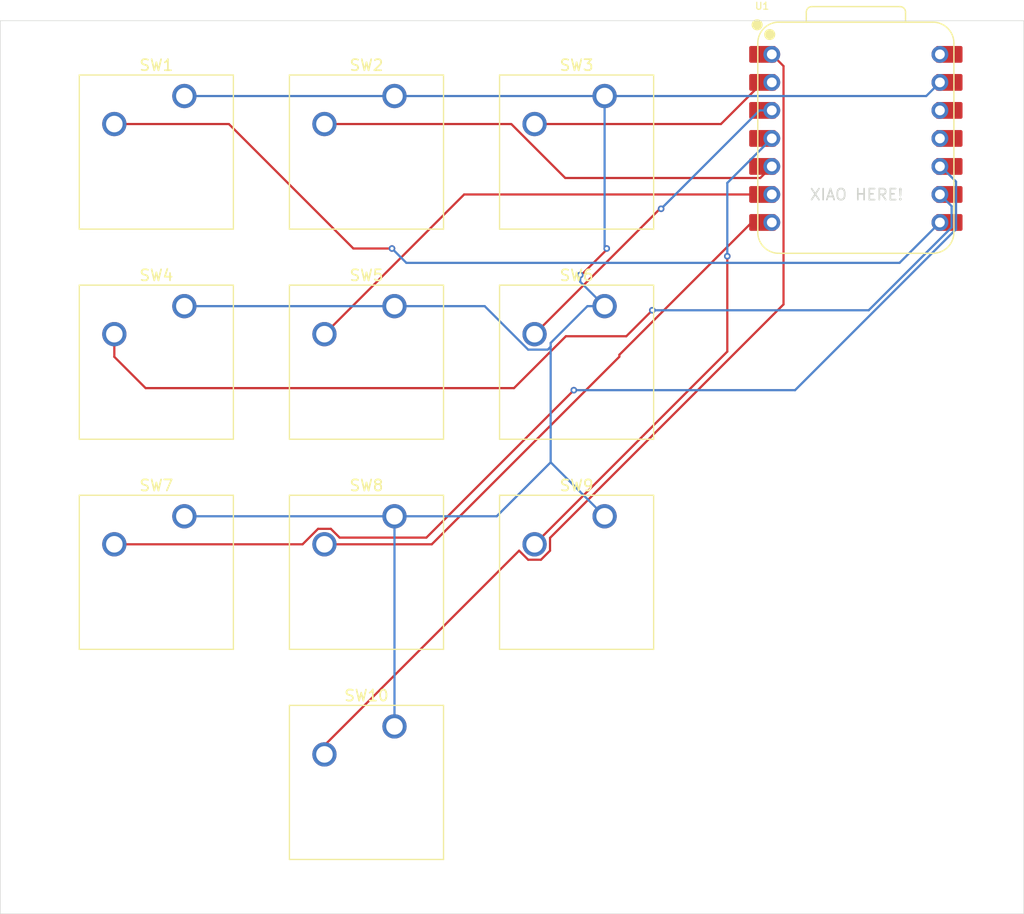
<source format=kicad_pcb>
(kicad_pcb (version 20241229) (generator "pcbnew") (generator_version "9.0")
  (layers (0 "F.Cu" signal) (2 "B.Cu" signal) (13 "F.Paste" user) (15 "B.Paste" user) (5 "F.SilkS" user "F.Silkscreen") (7 "B.SilkS" user "B.Silkscreen") (1 "F.Mask" user) (3 "B.Mask" user) (25 "Edge.Cuts" user))
  (net 0 "")
  (net 1 "Net-(U1-GPIO1{slash}RX)")
  (net 2 "GND")
  (net 3 "Net-(U1-GPIO6{slash}SDA)")
  (net 4 "Net-(U1-GPIO27{slash}ADC1{slash}A1)")
  (net 5 "Net-(U1-GPIO2{slash}SCK)")
  (net 6 "Net-(U1-GPIO7{slash}SCL)")
  (net 7 "Net-(U1-GPIO28{slash}ADC2{slash}A2)")
  (net 8 "Net-(U1-GPIO4{slash}MISO)")
  (net 9 "Net-(U1-GPIO0{slash}TX)")
  (net 10 "Net-(U1-GPIO29{slash}ADC3{slash}A3)")
  (net 11 "Net-(U1-GPIO26{slash}ADC0{slash}A0)")
  (net 13 "+5V")
  (footprint "Button_Switch_Keyboard:SW_Cherry_MX_1.00u_PCB" (layer "F.Cu") (at 150.1775 102.07625)
    (property "Reference" "SW9" (at -2.54 -2.794 0) (layer "F.SilkS"))
    (property "Value" "SW_Push")
    (fp_line (start -9.525 -1.905) (end 4.445 -1.905) (stroke (width 0.12)) (layer "F.SilkS"))
    (fp_line (start -9.525 12.065) (end -9.525 -1.905) (stroke (width 0.12)) (layer "F.SilkS"))
    (fp_line (start 4.445 -1.905) (end 4.445 12.065) (stroke (width 0.12)) (layer "F.SilkS"))
    (fp_line (start 4.445 12.065) (end -9.525 12.065) (stroke (width 0.12)) (layer "F.SilkS"))
    (pad "" np_thru_hole circle (at -7.62 5.08) (size 1.7 1.7) (drill 1.7) (layers "*.Cu" "*.Mask"))
    (pad "" np_thru_hole circle (at -2.54 5.08) (size 4 4) (drill 4) (layers "*.Cu" "*.Mask"))
    (pad "" np_thru_hole circle (at 2.54 5.08) (size 1.7 1.7) (drill 1.7) (layers "*.Cu" "*.Mask"))
    (pad "1" thru_hole circle (at 0 0) (size 2.2 2.2) (drill 1.5) (layers "*.Cu" "*.Mask") (net 2 "GND"))
    (pad "2" thru_hole circle (at -6.35 2.54) (size 2.2 2.2) (drill 1.5) (layers "*.Cu" "*.Mask") (net 10 "Net-(U1-GPIO29{slash}ADC3{slash}A3)"))
  )
  (footprint "Button_Switch_Keyboard:SW_Cherry_MX_1.00u_PCB" (layer "F.Cu") (at 112.0775 102.07625)
    (property "Reference" "SW7" (at -2.54 -2.794 0) (layer "F.SilkS"))
    (property "Value" "SW_Push")
    (fp_line (start -9.525 -1.905) (end 4.445 -1.905) (stroke (width 0.12)) (layer "F.SilkS"))
    (fp_line (start -9.525 12.065) (end -9.525 -1.905) (stroke (width 0.12)) (layer "F.SilkS"))
    (fp_line (start 4.445 -1.905) (end 4.445 12.065) (stroke (width 0.12)) (layer "F.SilkS"))
    (fp_line (start 4.445 12.065) (end -9.525 12.065) (stroke (width 0.12)) (layer "F.SilkS"))
    (pad "" np_thru_hole circle (at -7.62 5.08) (size 1.7 1.7) (drill 1.7) (layers "*.Cu" "*.Mask"))
    (pad "" np_thru_hole circle (at -2.54 5.08) (size 4 4) (drill 4) (layers "*.Cu" "*.Mask"))
    (pad "" np_thru_hole circle (at 2.54 5.08) (size 1.7 1.7) (drill 1.7) (layers "*.Cu" "*.Mask"))
    (pad "1" thru_hole circle (at 0 0) (size 2.2 2.2) (drill 1.5) (layers "*.Cu" "*.Mask") (net 2 "GND"))
    (pad "2" thru_hole circle (at -6.35 2.54) (size 2.2 2.2) (drill 1.5) (layers "*.Cu" "*.Mask") (net 8 "Net-(U1-GPIO4{slash}MISO)"))
  )
  (footprint "Button_Switch_Keyboard:SW_Cherry_MX_1.00u_PCB" (layer "F.Cu") (at 112.0775 63.97625)
    (property "Reference" "SW1" (at -2.54 -2.794 0) (layer "F.SilkS"))
    (property "Value" "SW_Push")
    (fp_line (start -9.525 -1.905) (end 4.445 -1.905) (stroke (width 0.12)) (layer "F.SilkS"))
    (fp_line (start -9.525 12.065) (end -9.525 -1.905) (stroke (width 0.12)) (layer "F.SilkS"))
    (fp_line (start 4.445 -1.905) (end 4.445 12.065) (stroke (width 0.12)) (layer "F.SilkS"))
    (fp_line (start 4.445 12.065) (end -9.525 12.065) (stroke (width 0.12)) (layer "F.SilkS"))
    (pad "" np_thru_hole circle (at -7.62 5.08) (size 1.7 1.7) (drill 1.7) (layers "*.Cu" "*.Mask"))
    (pad "" np_thru_hole circle (at -2.54 5.08) (size 4 4) (drill 4) (layers "*.Cu" "*.Mask"))
    (pad "" np_thru_hole circle (at 2.54 5.08) (size 1.7 1.7) (drill 1.7) (layers "*.Cu" "*.Mask"))
    (pad "1" thru_hole circle (at 0 0) (size 2.2 2.2) (drill 1.5) (layers "*.Cu" "*.Mask") (net 2 "GND"))
    (pad "2" thru_hole circle (at -6.35 2.54) (size 2.2 2.2) (drill 1.5) (layers "*.Cu" "*.Mask") (net 1 "Net-(U1-GPIO1{slash}RX)"))
  )
  (footprint "Button_Switch_Keyboard:SW_Cherry_MX_1.00u_PCB" (layer "F.Cu") (at 150.1775 83.02625)
    (property "Reference" "SW6" (at -2.54 -2.794 0) (layer "F.SilkS"))
    (property "Value" "SW_Push")
    (fp_line (start -9.525 -1.905) (end 4.445 -1.905) (stroke (width 0.12)) (layer "F.SilkS"))
    (fp_line (start -9.525 12.065) (end -9.525 -1.905) (stroke (width 0.12)) (layer "F.SilkS"))
    (fp_line (start 4.445 -1.905) (end 4.445 12.065) (stroke (width 0.12)) (layer "F.SilkS"))
    (fp_line (start 4.445 12.065) (end -9.525 12.065) (stroke (width 0.12)) (layer "F.SilkS"))
    (pad "" np_thru_hole circle (at -7.62 5.08) (size 1.7 1.7) (drill 1.7) (layers "*.Cu" "*.Mask"))
    (pad "" np_thru_hole circle (at -2.54 5.08) (size 4 4) (drill 4) (layers "*.Cu" "*.Mask"))
    (pad "" np_thru_hole circle (at 2.54 5.08) (size 1.7 1.7) (drill 1.7) (layers "*.Cu" "*.Mask"))
    (pad "1" thru_hole circle (at 0 0) (size 2.2 2.2) (drill 1.5) (layers "*.Cu" "*.Mask") (net 2 "GND"))
    (pad "2" thru_hole circle (at -6.35 2.54) (size 2.2 2.2) (drill 1.5) (layers "*.Cu" "*.Mask") (net 7 "Net-(U1-GPIO28{slash}ADC2{slash}A2)"))
  )
  (footprint "Button_Switch_Keyboard:SW_Cherry_MX_1.00u_PCB" (layer "F.Cu") (at 131.1275 102.07625)
    (property "Reference" "SW8" (at -2.54 -2.794 0) (layer "F.SilkS"))
    (property "Value" "SW_Push")
    (fp_line (start -9.525 -1.905) (end 4.445 -1.905) (stroke (width 0.12)) (layer "F.SilkS"))
    (fp_line (start -9.525 12.065) (end -9.525 -1.905) (stroke (width 0.12)) (layer "F.SilkS"))
    (fp_line (start 4.445 -1.905) (end 4.445 12.065) (stroke (width 0.12)) (layer "F.SilkS"))
    (fp_line (start 4.445 12.065) (end -9.525 12.065) (stroke (width 0.12)) (layer "F.SilkS"))
    (pad "" np_thru_hole circle (at -7.62 5.08) (size 1.7 1.7) (drill 1.7) (layers "*.Cu" "*.Mask"))
    (pad "" np_thru_hole circle (at -2.54 5.08) (size 4 4) (drill 4) (layers "*.Cu" "*.Mask"))
    (pad "" np_thru_hole circle (at 2.54 5.08) (size 1.7 1.7) (drill 1.7) (layers "*.Cu" "*.Mask"))
    (pad "1" thru_hole circle (at 0 0) (size 2.2 2.2) (drill 1.5) (layers "*.Cu" "*.Mask") (net 2 "GND"))
    (pad "2" thru_hole circle (at -6.35 2.54) (size 2.2 2.2) (drill 1.5) (layers "*.Cu" "*.Mask") (net 9 "Net-(U1-GPIO0{slash}TX)"))
  )
  (footprint "Button_Switch_Keyboard:SW_Cherry_MX_1.00u_PCB" (layer "F.Cu") (at 131.1275 63.97625)
    (property "Reference" "SW2" (at -2.54 -2.794 0) (layer "F.SilkS"))
    (property "Value" "SW_Push")
    (fp_line (start -9.525 -1.905) (end 4.445 -1.905) (stroke (width 0.12)) (layer "F.SilkS"))
    (fp_line (start -9.525 12.065) (end -9.525 -1.905) (stroke (width 0.12)) (layer "F.SilkS"))
    (fp_line (start 4.445 -1.905) (end 4.445 12.065) (stroke (width 0.12)) (layer "F.SilkS"))
    (fp_line (start 4.445 12.065) (end -9.525 12.065) (stroke (width 0.12)) (layer "F.SilkS"))
    (pad "" np_thru_hole circle (at -7.62 5.08) (size 1.7 1.7) (drill 1.7) (layers "*.Cu" "*.Mask"))
    (pad "" np_thru_hole circle (at -2.54 5.08) (size 4 4) (drill 4) (layers "*.Cu" "*.Mask"))
    (pad "" np_thru_hole circle (at 2.54 5.08) (size 1.7 1.7) (drill 1.7) (layers "*.Cu" "*.Mask"))
    (pad "1" thru_hole circle (at 0 0) (size 2.2 2.2) (drill 1.5) (layers "*.Cu" "*.Mask") (net 2 "GND"))
    (pad "2" thru_hole circle (at -6.35 2.54) (size 2.2 2.2) (drill 1.5) (layers "*.Cu" "*.Mask") (net 3 "Net-(U1-GPIO6{slash}SDA)"))
  )
  (footprint "Button_Switch_Keyboard:SW_Cherry_MX_1.00u_PCB" (layer "F.Cu") (at 131.1275 83.02625)
    (property "Reference" "SW5" (at -2.54 -2.794 0) (layer "F.SilkS"))
    (property "Value" "SW_Push")
    (fp_line (start -9.525 -1.905) (end 4.445 -1.905) (stroke (width 0.12)) (layer "F.SilkS"))
    (fp_line (start -9.525 12.065) (end -9.525 -1.905) (stroke (width 0.12)) (layer "F.SilkS"))
    (fp_line (start 4.445 -1.905) (end 4.445 12.065) (stroke (width 0.12)) (layer "F.SilkS"))
    (fp_line (start 4.445 12.065) (end -9.525 12.065) (stroke (width 0.12)) (layer "F.SilkS"))
    (pad "" np_thru_hole circle (at -7.62 5.08) (size 1.7 1.7) (drill 1.7) (layers "*.Cu" "*.Mask"))
    (pad "" np_thru_hole circle (at -2.54 5.08) (size 4 4) (drill 4) (layers "*.Cu" "*.Mask"))
    (pad "" np_thru_hole circle (at 2.54 5.08) (size 1.7 1.7) (drill 1.7) (layers "*.Cu" "*.Mask"))
    (pad "1" thru_hole circle (at 0 0) (size 2.2 2.2) (drill 1.5) (layers "*.Cu" "*.Mask") (net 2 "GND"))
    (pad "2" thru_hole circle (at -6.35 2.54) (size 2.2 2.2) (drill 1.5) (layers "*.Cu" "*.Mask") (net 6 "Net-(U1-GPIO7{slash}SCL)"))
  )
  (footprint "Button_Switch_Keyboard:SW_Cherry_MX_1.00u_PCB" (layer "F.Cu") (at 131.1275 121.12625)
    (property "Reference" "SW10" (at -2.54 -2.794 0) (layer "F.SilkS"))
    (property "Value" "SW_Push")
    (fp_line (start -9.525 -1.905) (end 4.445 -1.905) (stroke (width 0.12)) (layer "F.SilkS"))
    (fp_line (start -9.525 12.065) (end -9.525 -1.905) (stroke (width 0.12)) (layer "F.SilkS"))
    (fp_line (start 4.445 -1.905) (end 4.445 12.065) (stroke (width 0.12)) (layer "F.SilkS"))
    (fp_line (start 4.445 12.065) (end -9.525 12.065) (stroke (width 0.12)) (layer "F.SilkS"))
    (pad "" np_thru_hole circle (at -7.62 5.08) (size 1.7 1.7) (drill 1.7) (layers "*.Cu" "*.Mask"))
    (pad "" np_thru_hole circle (at -2.54 5.08) (size 4 4) (drill 4) (layers "*.Cu" "*.Mask"))
    (pad "" np_thru_hole circle (at 2.54 5.08) (size 1.7 1.7) (drill 1.7) (layers "*.Cu" "*.Mask"))
    (pad "1" thru_hole circle (at 0 0) (size 2.2 2.2) (drill 1.5) (layers "*.Cu" "*.Mask") (net 2 "GND"))
    (pad "2" thru_hole circle (at -6.35 2.54) (size 2.2 2.2) (drill 1.5) (layers "*.Cu" "*.Mask") (net 11 "Net-(U1-GPIO26{slash}ADC0{slash}A0)"))
  )
  (footprint "Button_Switch_Keyboard:SW_Cherry_MX_1.00u_PCB" (layer "F.Cu") (at 150.1775 63.97625)
    (property "Reference" "SW3" (at -2.54 -2.794 0) (layer "F.SilkS"))
    (property "Value" "SW_Push")
    (fp_line (start -9.525 -1.905) (end 4.445 -1.905) (stroke (width 0.12)) (layer "F.SilkS"))
    (fp_line (start -9.525 12.065) (end -9.525 -1.905) (stroke (width 0.12)) (layer "F.SilkS"))
    (fp_line (start 4.445 -1.905) (end 4.445 12.065) (stroke (width 0.12)) (layer "F.SilkS"))
    (fp_line (start 4.445 12.065) (end -9.525 12.065) (stroke (width 0.12)) (layer "F.SilkS"))
    (pad "" np_thru_hole circle (at -7.62 5.08) (size 1.7 1.7) (drill 1.7) (layers "*.Cu" "*.Mask"))
    (pad "" np_thru_hole circle (at -2.54 5.08) (size 4 4) (drill 4) (layers "*.Cu" "*.Mask"))
    (pad "" np_thru_hole circle (at 2.54 5.08) (size 1.7 1.7) (drill 1.7) (layers "*.Cu" "*.Mask"))
    (pad "1" thru_hole circle (at 0 0) (size 2.2 2.2) (drill 1.5) (layers "*.Cu" "*.Mask") (net 2 "GND"))
    (pad "2" thru_hole circle (at -6.35 2.54) (size 2.2 2.2) (drill 1.5) (layers "*.Cu" "*.Mask") (net 4 "Net-(U1-GPIO27{slash}ADC1{slash}A1)"))
  )
  (footprint "OPL:XIAO-RP2040-DIP" (layer "F.Cu") (at 172.955 67.82)
    (property "Reference" "U1" (at -8.5 -12 0) (layer "F.SilkS") (effects (font (size 0.635 0.635) (thickness 0.1016))))
    (property "Value" "XIAO-RP2040-DIP")
    (fp_line (start -8.89 8.509) (end -8.89 -8.636) (stroke (width 0.127)) (layer "F.SilkS"))
    (fp_line (start -6.985 10.414) (end 6.985 10.414) (stroke (width 0.127)) (layer "F.SilkS"))
    (fp_line (start -4.495 -10.541) (end -4.491272 -11.451272) (stroke (width 0.127)) (layer "F.SilkS"))
    (fp_line (start -3.991272 -11.951) (end 4.004 -11.951) (stroke (width 0.127)) (layer "F.SilkS"))
    (fp_line (start 4.504 -11.451) (end 4.504 -10.541) (stroke (width 0.127)) (layer "F.SilkS"))
    (fp_line (start 6.985 -10.541) (end -6.985 -10.541) (stroke (width 0.1)) (layer "F.SilkS"))
    (fp_line (start 6.985 -10.541) (end -6.985 -10.541) (stroke (width 0.127)) (layer "F.SilkS"))
    (fp_line (start 8.89 8.509) (end 8.89 -8.636) (stroke (width 0.127)) (layer "F.SilkS"))
    (fp_arc (start -8.89 -8.636) (mid -8.332038 -9.983038) (end -6.985 -10.541) (stroke (width 0.127)) (layer "F.SilkS"))
    (fp_arc (start -6.985 10.414) (mid -8.332038 9.856038) (end -8.89 8.509) (stroke (width 0.127)) (layer "F.SilkS"))
    (fp_arc (start -4.491272 -11.451272) (mid -4.344728 -11.80464) (end -3.991272 -11.951) (stroke (width 0.127)) (layer "F.SilkS"))
    (fp_arc (start 4.004 -11.951) (mid 4.357553 -11.804553) (end 4.504 -11.451) (stroke (width 0.127)) (layer "F.SilkS"))
    (fp_arc (start 6.985 -10.541) (mid 8.332038 -9.983038) (end 8.89 -8.636) (stroke (width 0.127)) (layer "F.SilkS"))
    (fp_arc (start 8.89 8.509) (mid 8.332038 9.856038) (end 6.985 10.414) (stroke (width 0.127)) (layer "F.SilkS"))
    (fp_circle (center -8.95 -10.3) (end -8.95 -10.554) (stroke (width 0.5)) (fill yes) (layer "F.SilkS"))
    (fp_circle (center -7.807 -9.42) (end -7.807 -9.674) (stroke (width 0.5)) (fill yes) (layer "F.SilkS"))
    (pad "1" smd roundrect (at -8.455 -7.62 180) (size 2.432 1.524) (layers "F.Cu" "F.Mask") (roundrect_rratio 0.1) (net 11 "Net-(U1-GPIO26{slash}ADC0{slash}A0)"))
    (pad "1" thru_hole circle (at -7.62 -7.62 180) (size 1.524 1.524) (drill 0.889) (layers "*.Cu" "*.Mask") (net 11 "Net-(U1-GPIO26{slash}ADC0{slash}A0)"))
    (pad "2" smd roundrect (at -8.455 -5.08 180) (size 2.432 1.524) (layers "F.Cu" "F.Mask") (roundrect_rratio 0.1) (net 4 "Net-(U1-GPIO27{slash}ADC1{slash}A1)"))
    (pad "2" thru_hole circle (at -7.62 -5.08 180) (size 1.524 1.524) (drill 0.889) (layers "*.Cu" "*.Mask") (net 4 "Net-(U1-GPIO27{slash}ADC1{slash}A1)"))
    (pad "3" smd roundrect (at -8.455 -2.54 180) (size 2.432 1.524) (layers "F.Cu" "F.Mask") (roundrect_rratio 0.1) (net 7 "Net-(U1-GPIO28{slash}ADC2{slash}A2)"))
    (pad "3" thru_hole circle (at -7.62 -2.54 180) (size 1.524 1.524) (drill 0.889) (layers "*.Cu" "*.Mask") (net 7 "Net-(U1-GPIO28{slash}ADC2{slash}A2)"))
    (pad "4" smd roundrect (at -8.455 0 180) (size 2.432 1.524) (layers "F.Cu" "F.Mask") (roundrect_rratio 0.1) (net 10 "Net-(U1-GPIO29{slash}ADC3{slash}A3)"))
    (pad "4" thru_hole circle (at -7.62 0 180) (size 1.524 1.524) (drill 0.889) (layers "*.Cu" "*.Mask") (net 10 "Net-(U1-GPIO29{slash}ADC3{slash}A3)"))
    (pad "5" smd roundrect (at -8.455 2.54 180) (size 2.432 1.524) (layers "F.Cu" "F.Mask") (roundrect_rratio 0.1) (net 3 "Net-(U1-GPIO6{slash}SDA)"))
    (pad "5" thru_hole circle (at -7.62 2.54 180) (size 1.524 1.524) (drill 0.889) (layers "*.Cu" "*.Mask") (net 3 "Net-(U1-GPIO6{slash}SDA)"))
    (pad "6" smd roundrect (at -8.455 5.08 180) (size 2.432 1.524) (layers "F.Cu" "F.Mask") (roundrect_rratio 0.1) (net 6 "Net-(U1-GPIO7{slash}SCL)"))
    (pad "6" thru_hole circle (at -7.62 5.08 180) (size 1.524 1.524) (drill 0.889) (layers "*.Cu" "*.Mask") (net 6 "Net-(U1-GPIO7{slash}SCL)"))
    (pad "7" smd roundrect (at -8.455 7.62 180) (size 2.432 1.524) (layers "F.Cu" "F.Mask") (roundrect_rratio 0.1) (net 9 "Net-(U1-GPIO0{slash}TX)"))
    (pad "7" thru_hole circle (at -7.62 7.62 180) (size 1.524 1.524) (drill 0.889) (layers "*.Cu" "*.Mask") (net 9 "Net-(U1-GPIO0{slash}TX)"))
    (pad "8" thru_hole circle (at 7.62 7.62) (size 1.524 1.524) (drill 0.889) (layers "*.Cu" "*.Mask") (net 1 "Net-(U1-GPIO1{slash}RX)"))
    (pad "8" smd roundrect (at 8.455 7.62) (size 2.432 1.524) (layers "F.Cu" "F.Mask") (roundrect_rratio 0.1) (net 1 "Net-(U1-GPIO1{slash}RX)"))
    (pad "9" thru_hole circle (at 7.62 5.08) (size 1.524 1.524) (drill 0.889) (layers "*.Cu" "*.Mask") (net 5 "Net-(U1-GPIO2{slash}SCK)"))
    (pad "9" smd roundrect (at 8.455 5.08) (size 2.432 1.524) (layers "F.Cu" "F.Mask") (roundrect_rratio 0.1) (net 5 "Net-(U1-GPIO2{slash}SCK)"))
    (pad "10" thru_hole circle (at 7.62 2.54) (size 1.524 1.524) (drill 0.889) (layers "*.Cu" "*.Mask") (net 8 "Net-(U1-GPIO4{slash}MISO)"))
    (pad "10" smd roundrect (at 8.455 2.54) (size 2.432 1.524) (layers "F.Cu" "F.Mask") (roundrect_rratio 0.1) (net 8 "Net-(U1-GPIO4{slash}MISO)"))
    (pad "11" thru_hole circle (at 7.62 0) (size 1.524 1.524) (drill 0.889) (layers "*.Cu" "*.Mask"))
    (pad "11" smd roundrect (at 8.455 0) (size 2.432 1.524) (layers "F.Cu" "F.Mask") (roundrect_rratio 0.1))
    (pad "12" thru_hole circle (at 7.62 -2.54) (size 1.524 1.524) (drill 0.889) (layers "*.Cu" "*.Mask"))
    (pad "12" smd roundrect (at 8.455 -2.54) (size 2.432 1.524) (layers "F.Cu" "F.Mask") (roundrect_rratio 0.1))
    (pad "13" thru_hole circle (at 7.62 -5.08) (size 1.524 1.524) (drill 0.889) (layers "*.Cu" "*.Mask") (net 2 "GND"))
    (pad "13" smd roundrect (at 8.455 -5.08) (size 2.432 1.524) (layers "F.Cu" "F.Mask") (roundrect_rratio 0.1) (net 2 "GND"))
    (pad "14" thru_hole circle (at 7.62 -7.62) (size 1.524 1.524) (drill 0.889) (layers "*.Cu" "*.Mask") (net 13 "+5V"))
    (pad "14" smd roundrect (at 8.455 -7.62) (size 2.432 1.524) (layers "F.Cu" "F.Mask") (roundrect_rratio 0.1) (net 13 "+5V"))
  )
  (footprint "Button_Switch_Keyboard:SW_Cherry_MX_1.00u_PCB" (layer "F.Cu") (at 112.0775 83.02625)
    (property "Reference" "SW4" (at -2.54 -2.794 0) (layer "F.SilkS"))
    (property "Value" "SW_Push")
    (fp_line (start -9.525 -1.905) (end 4.445 -1.905) (stroke (width 0.12)) (layer "F.SilkS"))
    (fp_line (start -9.525 12.065) (end -9.525 -1.905) (stroke (width 0.12)) (layer "F.SilkS"))
    (fp_line (start 4.445 -1.905) (end 4.445 12.065) (stroke (width 0.12)) (layer "F.SilkS"))
    (fp_line (start 4.445 12.065) (end -9.525 12.065) (stroke (width 0.12)) (layer "F.SilkS"))
    (pad "" np_thru_hole circle (at -7.62 5.08) (size 1.7 1.7) (drill 1.7) (layers "*.Cu" "*.Mask"))
    (pad "" np_thru_hole circle (at -2.54 5.08) (size 4 4) (drill 4) (layers "*.Cu" "*.Mask"))
    (pad "" np_thru_hole circle (at 2.54 5.08) (size 1.7 1.7) (drill 1.7) (layers "*.Cu" "*.Mask"))
    (pad "1" thru_hole circle (at 0 0) (size 2.2 2.2) (drill 1.5) (layers "*.Cu" "*.Mask") (net 2 "GND"))
    (pad "2" thru_hole circle (at -6.35 2.54) (size 2.2 2.2) (drill 1.5) (layers "*.Cu" "*.Mask") (net 5 "Net-(U1-GPIO2{slash}SCK)"))
  )
  (gr_rect (start 95.3875 57.15) (end 188.18125 138.1125) (stroke (width 0.05)) (fill no) (layer "Edge.Cuts"))
  (gr_text "XIAO HERE!" (at 168.7 73.5 0) (layer "Edge.Cuts") (effects (font (size 1 1)) (justify left bottom)))
  (segment (start 127.4 77.8) (end 130.9 77.8) (width 0.2) (layer "F.Cu") (net 1))
  (segment (start 105.7275 66.51625) (end 116.11625 66.51625) (width 0.2) (layer "F.Cu") (net 1))
  (segment (start 116.11625 66.51625) (end 127.4 77.8) (width 0.2) (layer "F.Cu") (net 1))
  (via (at 130.9 77.8) (size 0.6) (drill 0.3) (layers "F.Cu" "B.Cu") (net 1))
  (segment (start 176.914 79.101) (end 180.575 75.44) (width 0.2) (layer "B.Cu") (net 1))
  (segment (start 130.9 77.8) (end 132.201 79.101) (width 0.2) (layer "B.Cu") (net 1))
  (segment (start 132.201 79.101) (end 176.914 79.101) (width 0.2) (layer "B.Cu") (net 1))
  (segment (start 150.36875 77.8) (end 150.36875 77.9) (width 0.2) (layer "F.Cu") (net 2))
  (segment (start 148.06875 80.2) (end 147.96875 80.2) (width 0.2) (layer "F.Cu") (net 2))
  (segment (start 150.36875 77.9) (end 148.06875 80.2) (width 0.2) (layer "F.Cu") (net 2))
  (via (at 150.36875 77.8) (size 0.6) (drill 0.3) (layers "F.Cu" "B.Cu") (net 2))
  (via (at 147.96875 80.2) (size 0.6) (drill 0.3) (layers "F.Cu" "B.Cu") (net 2))
  (segment (start 143.247186 86.96725) (end 145.01925 86.96725) (width 0.2) (layer "B.Cu") (net 2))
  (segment (start 145.01925 86.96725) (end 145.2865 86.7) (width 0.2) (layer "B.Cu") (net 2))
  (segment (start 148.621866 83.02625) (end 145.2865 86.361616) (width 0.2) (layer "B.Cu") (net 2))
  (segment (start 150.1775 77.60875) (end 150.36875 77.8) (width 0.2) (layer "B.Cu") (net 2))
  (segment (start 150.1775 83.02625) (end 148.621866 83.02625) (width 0.2) (layer "B.Cu") (net 2))
  (segment (start 139.306186 83.02625) (end 143.247186 86.96725) (width 0.2) (layer "B.Cu") (net 2))
  (segment (start 131.1275 102.07625) (end 131.1275 121.12625) (width 0.2) (layer "B.Cu") (net 2))
  (segment (start 179.33875 63.97625) (end 150.1775 63.97625) (width 0.2) (layer "B.Cu") (net 2))
  (segment (start 131.1275 83.02625) (end 112.0775 83.02625) (width 0.2) (layer "B.Cu") (net 2))
  (segment (start 147.96875 80.2) (end 147.96875 80.8175) (width 0.2) (layer "B.Cu") (net 2))
  (segment (start 145.2865 86.7) (end 145.2865 97.18525) (width 0.2) (layer "B.Cu") (net 2))
  (segment (start 150.1775 63.97625) (end 131.1275 63.97625) (width 0.2) (layer "B.Cu") (net 2))
  (segment (start 140.3955 102.07625) (end 145.2865 97.18525) (width 0.2) (layer "B.Cu") (net 2))
  (segment (start 131.1275 83.02625) (end 139.306186 83.02625) (width 0.2) (layer "B.Cu") (net 2))
  (segment (start 147.96875 80.8175) (end 150.1775 83.02625) (width 0.2) (layer "B.Cu") (net 2))
  (segment (start 150.1775 63.97625) (end 150.1775 77.60875) (width 0.2) (layer "B.Cu") (net 2))
  (segment (start 145.2865 86.361616) (end 145.2865 86.7) (width 0.2) (layer "B.Cu") (net 2))
  (segment (start 131.1275 102.07625) (end 112.0775 102.07625) (width 0.2) (layer "B.Cu") (net 2))
  (segment (start 131.1275 63.97625) (end 112.0775 63.97625) (width 0.2) (layer "B.Cu") (net 2))
  (segment (start 131.1275 102.07625) (end 140.3955 102.07625) (width 0.2) (layer "B.Cu") (net 2))
  (segment (start 145.2865 97.18525) (end 150.1775 102.07625) (width 0.2) (layer "B.Cu") (net 2))
  (segment (start 180.575 62.74) (end 179.33875 63.97625) (width 0.2) (layer "B.Cu") (net 2))
  (segment (start 164.28775 71.40725) (end 165.335 70.36) (width 0.2) (layer "F.Cu") (net 3))
  (segment (start 124.7775 66.51625) (end 141.71597 66.51625) (width 0.2) (layer "F.Cu") (net 3))
  (segment (start 146.60697 71.40725) (end 164.28775 71.40725) (width 0.2) (layer "F.Cu") (net 3))
  (segment (start 141.71597 66.51625) (end 146.60697 71.40725) (width 0.2) (layer "F.Cu") (net 3))
  (segment (start 160.72375 66.51625) (end 164.5 62.74) (width 0.2) (layer "F.Cu") (net 4))
  (segment (start 143.8275 66.51625) (end 160.72375 66.51625) (width 0.2) (layer "F.Cu") (net 4))
  (segment (start 105.7275 85.56625) (end 105.7275 87.621066) (width 0.2) (layer "F.Cu") (net 5))
  (segment (start 141.961684 90.45725) (end 146.663684 85.75525) (width 0.2) (layer "F.Cu") (net 5))
  (segment (start 105.7275 87.621066) (end 108.563684 90.45725) (width 0.2) (layer "F.Cu") (net 5))
  (segment (start 146.663684 85.75525) (end 152.14475 85.75525) (width 0.2) (layer "F.Cu") (net 5))
  (segment (start 152.14475 85.75525) (end 154.5 83.4) (width 0.2) (layer "F.Cu") (net 5))
  (segment (start 108.563684 90.45725) (end 141.961684 90.45725) (width 0.2) (layer "F.Cu") (net 5))
  (via (at 154.5 83.4) (size 0.6) (drill 0.3) (layers "F.Cu" "B.Cu") (net 5))
  (segment (start 181.638 73.963) (end 180.575 72.9) (width 0.2) (layer "B.Cu") (net 5))
  (segment (start 154.5 83.4) (end 174.11831 83.4) (width 0.2) (layer "B.Cu") (net 5))
  (segment (start 181.638 75.88031) (end 181.638 73.963) (width 0.2) (layer "B.Cu") (net 5))
  (segment (start 174.11831 83.4) (end 181.638 75.88031) (width 0.2) (layer "B.Cu") (net 5))
  (segment (start 124.7775 85.56625) (end 137.44375 72.9) (width 0.2) (layer "F.Cu") (net 6))
  (segment (start 137.44375 72.9) (end 164.5 72.9) (width 0.2) (layer "F.Cu") (net 6))
  (segment (start 143.8275 85.56625) (end 155.19375 74.2) (width 0.2) (layer "F.Cu") (net 7))
  (segment (start 155.19375 74.2) (end 155.3 74.2) (width 0.2) (layer "F.Cu") (net 7))
  (via (at 155.3 74.2) (size 0.6) (drill 0.3) (layers "F.Cu" "B.Cu") (net 7))
  (segment (start 155.3 74.2) (end 164.22 65.28) (width 0.2) (layer "B.Cu") (net 7))
  (segment (start 164.22 65.28) (end 165.335 65.28) (width 0.2) (layer "B.Cu") (net 7))
  (segment (start 134.018615 104.01091) (end 147.385734 90.643791) (width 0.2) (layer "F.Cu") (net 8))
  (segment (start 105.7275 104.61625) (end 122.796186 104.61625) (width 0.2) (layer "F.Cu") (net 8))
  (segment (start 125.357814 103.21525) (end 126.153474 104.01091) (width 0.2) (layer "F.Cu") (net 8))
  (segment (start 124.197186 103.21525) (end 125.357814 103.21525) (width 0.2) (layer "F.Cu") (net 8))
  (segment (start 122.796186 104.61625) (end 124.197186 103.21525) (width 0.2) (layer "F.Cu") (net 8))
  (segment (start 126.153474 104.01091) (end 134.018615 104.01091) (width 0.2) (layer "F.Cu") (net 8))
  (via (at 147.385734 90.643791) (size 0.6) (drill 0.3) (layers "F.Cu" "B.Cu") (net 8))
  (segment (start 180.66 70.36) (end 180.575 70.36) (width 0.2) (layer "B.Cu") (net 8))
  (segment (start 147.385734 90.643791) (end 167.441619 90.643791) (width 0.2) (layer "B.Cu") (net 8))
  (segment (start 167.441619 90.643791) (end 182.039 76.04641) (width 0.2) (layer "B.Cu") (net 8))
  (segment (start 182.039 76.04641) (end 182.039 71.739) (width 0.2) (layer "B.Cu") (net 8))
  (segment (start 182.039 71.739) (end 180.66 70.36) (width 0.2) (layer "B.Cu") (net 8))
  (segment (start 151.5165 87.60878) (end 151.5165 87.433557) (width 0.2) (layer "F.Cu") (net 9))
  (segment (start 151.5165 87.433557) (end 163.510057 75.44) (width 0.2) (layer "F.Cu") (net 9))
  (segment (start 163.510057 75.44) (end 165.335 75.44) (width 0.2) (layer "F.Cu") (net 9))
  (segment (start 124.7775 104.61625) (end 134.50903 104.61625) (width 0.2) (layer "F.Cu") (net 9))
  (segment (start 134.50903 104.61625) (end 151.5165 87.60878) (width 0.2) (layer "F.Cu") (net 9))
  (segment (start 143.8275 104.61625) (end 161.3 87.14375) (width 0.2) (layer "F.Cu") (net 10))
  (segment (start 161.3 87.14375) (end 161.3 78.5) (width 0.2) (layer "F.Cu") (net 10))
  (via (at 161.3 78.5) (size 0.6) (drill 0.3) (layers "F.Cu" "B.Cu") (net 10))
  (segment (start 161.3 71.855) (end 165.335 67.82) (width 0.2) (layer "B.Cu") (net 10))
  (segment (start 161.3 78.5) (end 161.3 71.855) (width 0.2) (layer "B.Cu") (net 10))
  (segment (start 145.2285 104.035936) (end 166.398 82.866436) (width 0.2) (layer "F.Cu") (net 11))
  (segment (start 124.7775 122.845564) (end 142.4265 105.196564) (width 0.2) (layer "F.Cu") (net 11))
  (segment (start 166.398 82.866436) (end 166.398 61.263) (width 0.2) (layer "F.Cu") (net 11))
  (segment (start 166.398 61.263) (end 165.335 60.2) (width 0.2) (layer "F.Cu") (net 11))
  (segment (start 143.247186 106.01725) (end 144.407814 106.01725) (width 0.2) (layer "F.Cu") (net 11))
  (segment (start 124.7775 123.66625) (end 124.7775 122.845564) (width 0.2) (layer "F.Cu") (net 11))
  (segment (start 144.407814 106.01725) (end 145.2285 105.196564) (width 0.2) (layer "F.Cu") (net 11))
  (segment (start 145.2285 105.196564) (end 145.2285 104.035936) (width 0.2) (layer "F.Cu") (net 11))
  (segment (start 142.4265 105.196564) (end 143.247186 106.01725) (width 0.2) (layer "F.Cu") (net 11))
)
</source>
